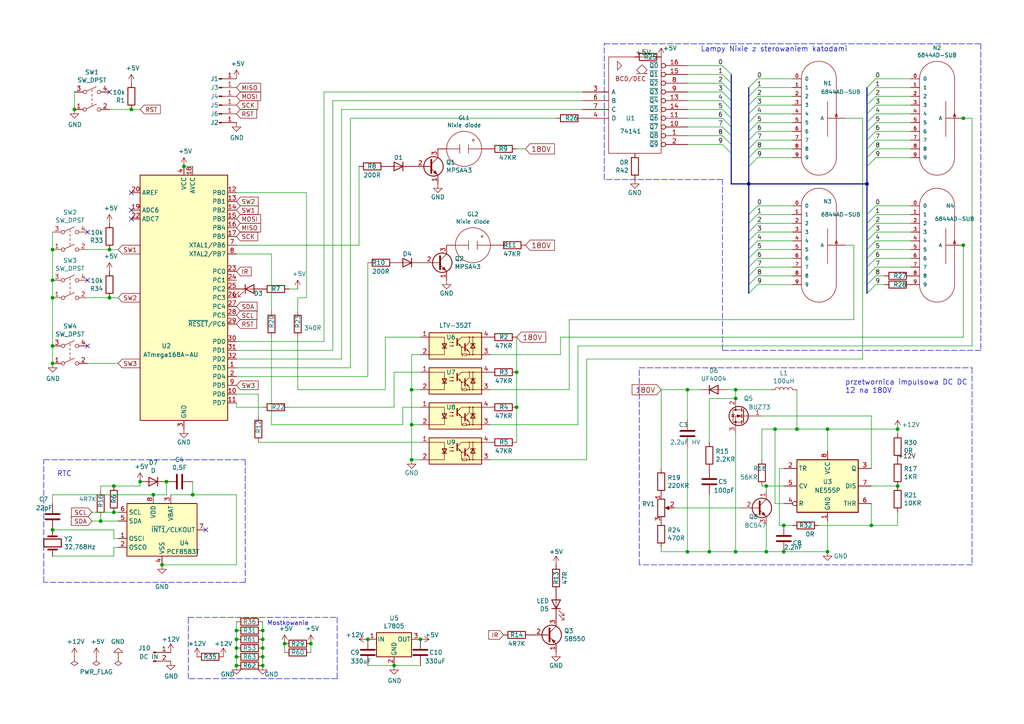
<source format=kicad_sch>
(kicad_sch (version 20211123) (generator eeschema)
  (paper "A4")
  (title_block (title "Nixie Clock 1.1") (date "2022-06-09") (company "Szymon Grzegorzewski"))
  (junction (at 76.2 190.5))
  (junction (at 31.75 86.36))
  (junction (at 38.1 31.75))
  (junction (at 279.4 71.12))
  (junction (at 213.36 115.57))
  (junction (at 260.35 124.46))
  (junction (at 149.86 107.95))
  (junction (at 68.58 182.88))
  (junction (at 15.24 86.36))
  (junction (at 227.33 152.4))
  (junction (at 53.34 48.26))
  (junction (at 90.17 186.69))
  (junction (at 40.64 139.7))
  (junction (at 222.25 160.02))
  (junction (at 68.58 193.04))
  (junction (at 251.46 53.34))
  (junction (at 213.36 160.02))
  (junction (at 205.74 160.02))
  (junction (at 260.35 140.97))
  (junction (at 119.38 133.35))
  (junction (at 119.38 113.03))
  (junction (at 119.38 123.19))
  (junction (at 213.36 113.03))
  (junction (at 15.24 105.41))
  (junction (at 149.86 118.11))
  (junction (at 82.55 186.69))
  (junction (at 33.02 140.97))
  (junction (at 240.03 124.46))
  (junction (at 227.33 160.02))
  (junction (at 199.39 113.03))
  (junction (at 231.14 124.46))
  (junction (at 224.79 124.46))
  (junction (at 31.75 72.39))
  (junction (at 240.03 160.02))
  (junction (at 15.24 153.67))
  (junction (at 199.39 160.02))
  (junction (at 106.68 185.42))
  (junction (at 114.3 193.04))
  (junction (at 55.88 143.51))
  (junction (at 279.4 34.29))
  (junction (at 46.99 163.83))
  (junction (at 252.73 152.4))
  (junction (at 76.2 182.88))
  (junction (at 15.24 81.28))
  (junction (at 222.25 140.97))
  (junction (at 29.21 151.13))
  (junction (at 76.2 187.96))
  (junction (at 76.2 193.04))
  (junction (at 76.2 185.42))
  (junction (at 15.24 72.39))
  (junction (at 68.58 187.96))
  (junction (at 21.59 31.75))
  (junction (at 121.92 185.42))
  (junction (at 68.58 190.5))
  (junction (at 33.02 148.59))
  (junction (at 217.17 53.34))
  (junction (at 44.45 143.51))
  (junction (at 48.26 139.7))
  (junction (at 68.58 185.42))
  (junction (at 15.24 100.33))
  (no_connect (at 59.69 153.67))
  (no_connect (at 31.75 26.67))
  (no_connect (at 25.4 100.33))
  (no_connect (at 25.4 81.28))
  (no_connect (at 38.1 55.88))
  (no_connect (at 25.4 67.31))
  (no_connect (at 38.1 60.96))
  (no_connect (at 38.1 63.5))
  (bus_entry (at 209.55 21.59) (size 2.54 2.54))
  (bus_entry (at 219.71 22.86) (size -2.54 2.54))
  (bus_entry (at 254 30.48) (size -2.54 2.54))
  (bus_entry (at 209.55 31.75) (size 2.54 2.54))
  (bus_entry (at 254 59.69) (size -2.54 2.54))
  (bus_entry (at 219.71 27.94) (size -2.54 2.54))
  (bus_entry (at 209.55 34.29) (size 2.54 2.54))
  (bus_entry (at 254 82.55) (size -2.54 2.54))
  (bus_entry (at 254 67.31) (size -2.54 2.54))
  (bus_entry (at 254 74.93) (size -2.54 2.54))
  (bus_entry (at 254 43.18) (size -2.54 2.54))
  (bus_entry (at 254 62.23) (size -2.54 2.54))
  (bus_entry (at 254 38.1) (size -2.54 2.54))
  (bus_entry (at 254 27.94) (size -2.54 2.54))
  (bus_entry (at 254 35.56) (size -2.54 2.54))
  (bus_entry (at 219.71 62.23) (size -2.54 2.54))
  (bus_entry (at 219.71 80.01) (size -2.54 2.54))
  (bus_entry (at 219.71 82.55) (size -2.54 2.54))
  (bus_entry (at 209.55 36.83) (size 2.54 2.54))
  (bus_entry (at 219.71 30.48) (size -2.54 2.54))
  (bus_entry (at 209.55 26.67) (size 2.54 2.54))
  (bus_entry (at 219.71 33.02) (size -2.54 2.54))
  (bus_entry (at 219.71 67.31) (size -2.54 2.54))
  (bus_entry (at 209.55 29.21) (size 2.54 2.54))
  (bus_entry (at 219.71 38.1) (size -2.54 2.54))
  (bus_entry (at 219.71 59.69) (size -2.54 2.54))
  (bus_entry (at 254 77.47) (size -2.54 2.54))
  (bus_entry (at 209.55 19.05) (size 2.54 2.54))
  (bus_entry (at 254 33.02) (size -2.54 2.54))
  (bus_entry (at 219.71 35.56) (size -2.54 2.54))
  (bus_entry (at 219.71 45.72) (size -2.54 2.54))
  (bus_entry (at 254 25.4) (size -2.54 2.54))
  (bus_entry (at 219.71 40.64) (size -2.54 2.54))
  (bus_entry (at 254 80.01) (size -2.54 2.54))
  (bus_entry (at 219.71 25.4) (size -2.54 2.54))
  (bus_entry (at 254 72.39) (size -2.54 2.54))
  (bus_entry (at 209.55 39.37) (size 2.54 2.54))
  (bus_entry (at 254 69.85) (size -2.54 2.54))
  (bus_entry (at 209.55 24.13) (size 2.54 2.54))
  (bus_entry (at 219.71 43.18) (size -2.54 2.54))
  (bus_entry (at 219.71 74.93) (size -2.54 2.54))
  (bus_entry (at 219.71 72.39) (size -2.54 2.54))
  (bus_entry (at 254 22.86) (size -2.54 2.54))
  (bus_entry (at 219.71 69.85) (size -2.54 2.54))
  (bus_entry (at 254 64.77) (size -2.54 2.54))
  (bus_entry (at 254 40.64) (size -2.54 2.54))
  (bus_entry (at 209.55 41.91) (size 2.54 2.54))
  (bus_entry (at 219.71 77.47) (size -2.54 2.54))
  (bus_entry (at 219.71 64.77) (size -2.54 2.54))
  (bus_entry (at 254 45.72) (size -2.54 2.54))
  (wire (pts (xy 83.82 118.11) (xy 114.3 118.11)))
  (bus (pts (xy 212.09 31.75) (xy 212.09 34.29)))
  (wire (pts (xy 167.64 100.33) (xy 167.64 123.19)))
  (wire (pts (xy 26.67 151.13) (xy 29.21 151.13)))
  (wire (pts (xy 15.24 100.33) (xy 15.24 86.36)))
  (wire (pts (xy 247.65 92.71) (xy 247.65 71.12)))
  (bus (pts (xy 217.17 33.02) (xy 217.17 35.56)))
  (wire (pts (xy 78.74 73.66) (xy 68.58 73.66)))
  (wire (pts (xy 256.54 80.01) (xy 254 80.01)))
  (wire (pts (xy 226.06 135.89) (xy 227.33 135.89)))
  (bus (pts (xy 251.46 64.77) (xy 251.46 67.31)))
  (wire (pts (xy 74.93 128.27) (xy 121.92 128.27)))
  (wire (pts (xy 99.06 31.75) (xy 99.06 104.14)))
  (bus (pts (xy 217.17 43.18) (xy 217.17 45.72)))
  (wire (pts (xy 104.14 48.26) (xy 104.14 71.12)))
  (wire (pts (xy 279.4 97.79) (xy 279.4 71.12)))
  (wire (pts (xy 222.25 142.24) (xy 222.25 140.97)))
  (wire (pts (xy 199.39 36.83) (xy 209.55 36.83)))
  (wire (pts (xy 191.77 160.02) (xy 191.77 158.75)))
  (wire (pts (xy 237.49 152.4) (xy 252.73 152.4)))
  (bus (pts (xy 217.17 25.4) (xy 217.17 27.94)))
  (bus (pts (xy 212.09 44.45) (xy 212.09 53.34)))
  (wire (pts (xy 48.26 139.7) (xy 48.26 143.51)))
  (wire (pts (xy 219.71 35.56) (xy 229.87 35.56)))
  (wire (pts (xy 229.87 38.1) (xy 219.71 38.1)))
  (wire (pts (xy 15.24 67.31) (xy 15.24 72.39)))
  (polyline (pts (xy 175.26 52.07) (xy 175.26 12.7)))
  (wire (pts (xy 199.39 24.13) (xy 209.55 24.13)))
  (wire (pts (xy 264.16 72.39) (xy 254 72.39)))
  (wire (pts (xy 15.24 146.05) (xy 15.24 143.51)))
  (wire (pts (xy 90.17 186.69) (xy 90.17 189.23)))
  (wire (pts (xy 199.39 113.03) (xy 203.2 113.03)))
  (wire (pts (xy 220.98 140.97) (xy 222.25 140.97)))
  (wire (pts (xy 254 77.47) (xy 264.16 77.47)))
  (wire (pts (xy 34.29 72.39) (xy 31.75 72.39)))
  (wire (pts (xy 44.45 143.51) (xy 48.26 143.51)))
  (wire (pts (xy 219.71 27.94) (xy 229.87 27.94)))
  (bus (pts (xy 217.17 62.23) (xy 217.17 64.77)))
  (polyline (pts (xy 54.61 196.85) (xy 54.61 179.07)))
  (wire (pts (xy 29.21 140.97) (xy 33.02 140.97)))
  (wire (pts (xy 152.4 43.18) (xy 149.86 43.18)))
  (polyline (pts (xy 209.55 52.07) (xy 175.26 52.07)))
  (wire (pts (xy 281.94 34.29) (xy 279.4 34.29)))
  (wire (pts (xy 279.4 34.29) (xy 276.86 34.29)))
  (bus (pts (xy 251.46 67.31) (xy 251.46 69.85)))
  (wire (pts (xy 68.58 180.34) (xy 68.58 182.88)))
  (wire (pts (xy 162.56 97.79) (xy 279.4 97.79)))
  (wire (pts (xy 82.55 186.69) (xy 82.55 189.23)))
  (wire (pts (xy 162.56 97.79) (xy 162.56 102.87)))
  (wire (pts (xy 229.87 62.23) (xy 219.71 62.23)))
  (wire (pts (xy 170.18 133.35) (xy 142.24 133.35)))
  (wire (pts (xy 167.64 123.19) (xy 142.24 123.19)))
  (wire (pts (xy 254 40.64) (xy 264.16 40.64)))
  (wire (pts (xy 219.71 22.86) (xy 229.87 22.86)))
  (wire (pts (xy 199.39 39.37) (xy 209.55 39.37)))
  (polyline (pts (xy 284.48 12.7) (xy 284.48 101.6)))
  (bus (pts (xy 217.17 35.56) (xy 217.17 38.1)))
  (wire (pts (xy 229.87 43.18) (xy 219.71 43.18)))
  (wire (pts (xy 29.21 142.24) (xy 29.21 140.97)))
  (wire (pts (xy 254 69.85) (xy 264.16 69.85)))
  (bus (pts (xy 217.17 80.01) (xy 217.17 82.55)))
  (bus (pts (xy 212.09 34.29) (xy 212.09 36.83)))
  (wire (pts (xy 219.71 77.47) (xy 229.87 77.47)))
  (bus (pts (xy 217.17 53.34) (xy 251.46 53.34)))
  (wire (pts (xy 264.16 38.1) (xy 254 38.1)))
  (wire (pts (xy 93.98 26.67) (xy 93.98 99.06)))
  (wire (pts (xy 281.94 100.33) (xy 167.64 100.33)))
  (polyline (pts (xy 281.94 163.83) (xy 185.42 163.83)))
  (wire (pts (xy 119.38 113.03) (xy 121.92 113.03)))
  (wire (pts (xy 15.24 81.28) (xy 15.24 86.36)))
  (bus (pts (xy 212.09 41.91) (xy 212.09 44.45)))
  (wire (pts (xy 149.86 118.11) (xy 149.86 107.95)))
  (wire (pts (xy 224.79 124.46) (xy 220.98 124.46)))
  (wire (pts (xy 106.68 193.04) (xy 114.3 193.04)))
  (wire (pts (xy 250.19 34.29) (xy 245.11 34.29)))
  (wire (pts (xy 226.06 152.4) (xy 226.06 135.89)))
  (wire (pts (xy 250.19 34.29) (xy 250.19 104.14)))
  (wire (pts (xy 229.87 152.4) (xy 227.33 152.4)))
  (wire (pts (xy 231.14 124.46) (xy 240.03 124.46)))
  (wire (pts (xy 76.2 193.04) (xy 76.2 190.5)))
  (wire (pts (xy 68.58 118.11) (xy 68.58 116.84)))
  (wire (pts (xy 76.2 182.88) (xy 76.2 180.34)))
  (wire (pts (xy 199.39 19.05) (xy 209.55 19.05)))
  (wire (pts (xy 76.2 185.42) (xy 76.2 182.88)))
  (polyline (pts (xy 185.42 106.68) (xy 281.94 106.68)))
  (wire (pts (xy 254 74.93) (xy 264.16 74.93)))
  (wire (pts (xy 119.38 133.35) (xy 121.92 133.35)))
  (wire (pts (xy 252.73 146.05) (xy 252.73 152.4)))
  (wire (pts (xy 254 59.69) (xy 264.16 59.69)))
  (wire (pts (xy 264.16 67.31) (xy 254 67.31)))
  (wire (pts (xy 220.98 124.46) (xy 220.98 133.35)))
  (bus (pts (xy 217.17 48.26) (xy 217.17 53.34)))
  (wire (pts (xy 33.02 140.97) (xy 40.64 140.97)))
  (bus (pts (xy 217.17 45.72) (xy 217.17 48.26)))
  (wire (pts (xy 254 45.72) (xy 264.16 45.72)))
  (wire (pts (xy 33.02 153.67) (xy 33.02 156.21)))
  (wire (pts (xy 33.02 158.75) (xy 34.29 158.75)))
  (wire (pts (xy 76.2 118.11) (xy 68.58 118.11)))
  (polyline (pts (xy 54.61 179.07) (xy 97.79 179.07)))
  (wire (pts (xy 96.52 29.21) (xy 96.52 101.6)))
  (wire (pts (xy 116.84 118.11) (xy 121.92 118.11)))
  (wire (pts (xy 170.18 104.14) (xy 170.18 133.35)))
  (bus (pts (xy 251.46 45.72) (xy 251.46 48.26)))
  (wire (pts (xy 227.33 152.4) (xy 226.06 152.4)))
  (bus (pts (xy 251.46 69.85) (xy 251.46 72.39)))
  (wire (pts (xy 231.14 113.03) (xy 231.14 124.46)))
  (wire (pts (xy 213.36 113.03) (xy 210.82 113.03)))
  (wire (pts (xy 55.88 143.51) (xy 68.58 143.51)))
  (bus (pts (xy 217.17 69.85) (xy 217.17 72.39)))
  (wire (pts (xy 224.79 124.46) (xy 231.14 124.46)))
  (wire (pts (xy 279.4 71.12) (xy 276.86 71.12)))
  (wire (pts (xy 68.58 143.51) (xy 68.58 163.83)))
  (wire (pts (xy 227.33 160.02) (xy 240.03 160.02)))
  (bus (pts (xy 212.09 39.37) (xy 212.09 41.91)))
  (wire (pts (xy 195.58 147.32) (xy 214.63 147.32)))
  (bus (pts (xy 251.46 30.48) (xy 251.46 33.02)))
  (bus (pts (xy 217.17 74.93) (xy 217.17 77.47)))
  (bus (pts (xy 251.46 80.01) (xy 251.46 82.55)))
  (wire (pts (xy 252.73 152.4) (xy 260.35 152.4)))
  (wire (pts (xy 119.38 102.87) (xy 119.38 113.03)))
  (wire (pts (xy 213.36 115.57) (xy 213.36 113.03)))
  (wire (pts (xy 199.39 41.91) (xy 209.55 41.91)))
  (wire (pts (xy 114.3 107.95) (xy 121.92 107.95)))
  (wire (pts (xy 260.35 152.4) (xy 260.35 148.59)))
  (wire (pts (xy 101.6 34.29) (xy 101.6 106.68)))
  (bus (pts (xy 217.17 40.64) (xy 217.17 43.18)))
  (wire (pts (xy 191.77 160.02) (xy 199.39 160.02)))
  (wire (pts (xy 281.94 100.33) (xy 281.94 34.29)))
  (wire (pts (xy 121.92 102.87) (xy 119.38 102.87)))
  (wire (pts (xy 264.16 62.23) (xy 254 62.23)))
  (wire (pts (xy 21.59 26.67) (xy 21.59 31.75)))
  (wire (pts (xy 114.3 193.04) (xy 121.92 193.04)))
  (wire (pts (xy 250.19 104.14) (xy 170.18 104.14)))
  (bus (pts (xy 251.46 82.55) (xy 251.46 85.09)))
  (wire (pts (xy 88.9 55.88) (xy 68.58 55.88)))
  (wire (pts (xy 29.21 151.13) (xy 34.29 151.13)))
  (wire (pts (xy 213.36 160.02) (xy 222.25 160.02)))
  (wire (pts (xy 119.38 113.03) (xy 119.38 123.19)))
  (wire (pts (xy 38.1 31.75) (xy 31.75 31.75)))
  (wire (pts (xy 116.84 123.19) (xy 116.84 118.11)))
  (bus (pts (xy 217.17 64.77) (xy 217.17 67.31)))
  (wire (pts (xy 222.25 140.97) (xy 227.33 140.97)))
  (polyline (pts (xy 71.12 133.35) (xy 71.12 168.91)))
  (wire (pts (xy 142.24 113.03) (xy 165.1 113.03)))
  (wire (pts (xy 76.2 185.42) (xy 76.2 187.96)))
  (wire (pts (xy 199.39 29.21) (xy 209.55 29.21)))
  (wire (pts (xy 68.58 106.68) (xy 101.6 106.68)))
  (wire (pts (xy 88.9 86.36) (xy 88.9 55.88)))
  (wire (pts (xy 199.39 34.29) (xy 209.55 34.29)))
  (bus (pts (xy 217.17 67.31) (xy 217.17 69.85)))
  (wire (pts (xy 68.58 99.06) (xy 93.98 99.06)))
  (wire (pts (xy 40.64 31.75) (xy 38.1 31.75)))
  (wire (pts (xy 78.74 123.19) (xy 116.84 123.19)))
  (wire (pts (xy 149.86 107.95) (xy 149.86 97.79)))
  (wire (pts (xy 205.74 128.27) (xy 205.74 115.57)))
  (bus (pts (xy 251.46 27.94) (xy 251.46 30.48)))
  (wire (pts (xy 101.6 34.29) (xy 161.29 34.29)))
  (wire (pts (xy 104.14 71.12) (xy 68.58 71.12)))
  (wire (pts (xy 68.58 185.42) (xy 68.58 187.96)))
  (wire (pts (xy 264.16 33.02) (xy 254 33.02)))
  (wire (pts (xy 55.88 139.7) (xy 55.88 143.51)))
  (wire (pts (xy 254 27.94) (xy 264.16 27.94)))
  (wire (pts (xy 213.36 125.73) (xy 213.36 160.02)))
  (wire (pts (xy 264.16 25.4) (xy 254 25.4)))
  (bus (pts (xy 251.46 38.1) (xy 251.46 40.64)))
  (wire (pts (xy 205.74 160.02) (xy 213.36 160.02)))
  (bus (pts (xy 251.46 53.34) (xy 251.46 62.23)))
  (polyline (pts (xy 12.7 133.35) (xy 71.12 133.35)))
  (wire (pts (xy 149.86 128.27) (xy 149.86 118.11)))
  (wire (pts (xy 119.38 123.19) (xy 119.38 133.35)))
  (polyline (pts (xy 185.42 163.83) (xy 185.42 106.68)))
  (bus (pts (xy 251.46 77.47) (xy 251.46 80.01)))
  (bus (pts (xy 212.09 29.21) (xy 212.09 31.75)))
  (wire (pts (xy 74.93 120.65) (xy 74.93 114.3)))
  (bus (pts (xy 251.46 62.23) (xy 251.46 64.77)))
  (bus (pts (xy 217.17 27.94) (xy 217.17 30.48)))
  (bus (pts (xy 251.46 35.56) (xy 251.46 38.1)))
  (wire (pts (xy 240.03 130.81) (xy 240.03 124.46)))
  (wire (pts (xy 93.98 26.67) (xy 168.91 26.67)))
  (polyline (pts (xy 284.48 101.6) (xy 209.55 101.6)))
  (wire (pts (xy 205.74 143.51) (xy 205.74 160.02)))
  (wire (pts (xy 74.93 114.3) (xy 68.58 114.3)))
  (polyline (pts (xy 97.79 196.85) (xy 54.61 196.85)))
  (bus (pts (xy 251.46 74.93) (xy 251.46 77.47)))
  (wire (pts (xy 31.75 72.39) (xy 25.4 72.39)))
  (wire (pts (xy 25.4 105.41) (xy 34.29 105.41)))
  (wire (pts (xy 55.88 48.26) (xy 53.34 48.26)))
  (wire (pts (xy 229.87 25.4) (xy 219.71 25.4)))
  (wire (pts (xy 106.68 109.22) (xy 68.58 109.22)))
  (wire (pts (xy 191.77 113.03) (xy 191.77 135.89)))
  (wire (pts (xy 254 22.86) (xy 264.16 22.86)))
  (wire (pts (xy 247.65 71.12) (xy 245.11 71.12)))
  (wire (pts (xy 199.39 26.67) (xy 209.55 26.67)))
  (wire (pts (xy 111.76 113.03) (xy 111.76 97.79)))
  (wire (pts (xy 254 64.77) (xy 264.16 64.77)))
  (polyline (pts (xy 209.55 101.6) (xy 209.55 52.07)))
  (wire (pts (xy 99.06 31.75) (xy 168.91 31.75)))
  (wire (pts (xy 15.24 143.51) (xy 44.45 143.51)))
  (wire (pts (xy 49.53 143.51) (xy 55.88 143.51)))
  (wire (pts (xy 205.74 115.57) (xy 213.36 115.57)))
  (bus (pts (xy 212.09 26.67) (xy 212.09 29.21)))
  (wire (pts (xy 96.52 29.21) (xy 168.91 29.21)))
  (wire (pts (xy 260.35 125.73) (xy 260.35 124.46)))
  (bus (pts (xy 251.46 33.02) (xy 251.46 35.56)))
  (wire (pts (xy 119.38 123.19) (xy 121.92 123.19)))
  (bus (pts (xy 217.17 38.1) (xy 217.17 40.64)))
  (wire (pts (xy 240.03 124.46) (xy 260.35 124.46)))
  (wire (pts (xy 78.74 97.79) (xy 78.74 123.19)))
  (wire (pts (xy 219.71 67.31) (xy 229.87 67.31)))
  (wire (pts (xy 222.25 160.02) (xy 227.33 160.02)))
  (wire (pts (xy 252.73 140.97) (xy 260.35 140.97)))
  (wire (pts (xy 86.36 97.79) (xy 86.36 113.03)))
  (wire (pts (xy 191.77 113.03) (xy 199.39 113.03)))
  (wire (pts (xy 219.71 30.48) (xy 229.87 30.48)))
  (wire (pts (xy 68.58 101.6) (xy 96.52 101.6)))
  (wire (pts (xy 199.39 121.92) (xy 199.39 113.03)))
  (wire (pts (xy 86.36 83.82) (xy 83.82 83.82)))
  (wire (pts (xy 34.29 86.36) (xy 31.75 86.36)))
  (wire (pts (xy 229.87 69.85) (xy 219.71 69.85)))
  (wire (pts (xy 229.87 80.01) (xy 219.71 80.01)))
  (polyline (pts (xy 71.12 168.91) (xy 12.7 168.91)))
  (wire (pts (xy 199.39 129.54) (xy 199.39 160.02)))
  (wire (pts (xy 68.58 190.5) (xy 68.58 193.04)))
  (wire (pts (xy 86.36 90.17) (xy 86.36 86.36)))
  (wire (pts (xy 15.24 100.33) (xy 15.24 105.41)))
  (wire (pts (xy 33.02 161.29) (xy 33.02 158.75)))
  (wire (pts (xy 165.1 92.71) (xy 247.65 92.71)))
  (polyline (pts (xy 281.94 106.68) (xy 281.94 163.83)))
  (wire (pts (xy 199.39 160.02) (xy 205.74 160.02)))
  (bus (pts (xy 217.17 72.39) (xy 217.17 74.93)))
  (wire (pts (xy 33.02 148.59) (xy 34.29 148.59)))
  (polyline (pts (xy 175.26 12.7) (xy 284.48 12.7)))
  (wire (pts (xy 78.74 90.17) (xy 78.74 73.66)))
  (wire (pts (xy 219.71 64.77) (xy 229.87 64.77)))
  (bus (pts (xy 212.09 36.83) (xy 212.09 39.37)))
  (wire (pts (xy 68.58 163.83) (xy 46.99 163.83)))
  (wire (pts (xy 229.87 74.93) (xy 219.71 74.93)))
  (wire (pts (xy 219.71 45.72) (xy 229.87 45.72)))
  (wire (pts (xy 106.68 109.22) (xy 106.68 76.2)))
  (polyline (pts (xy 12.7 168.91) (xy 12.7 133.35)))
  (wire (pts (xy 219.71 72.39) (xy 229.87 72.39)))
  (wire (pts (xy 142.24 102.87) (xy 162.56 102.87)))
  (bus (pts (xy 212.09 21.59) (xy 212.09 24.13)))
  (polyline (pts (xy 97.79 179.07) (xy 97.79 196.85)))
  (bus (pts (xy 217.17 53.34) (xy 217.17 62.23)))
  (bus (pts (xy 212.09 53.34) (xy 217.17 53.34)))
  (bus (pts (xy 251.46 72.39) (xy 251.46 74.93)))
  (wire (pts (xy 76.2 190.5) (xy 76.2 187.96)))
  (wire (pts (xy 33.02 156.21) (xy 34.29 156.21)))
  (bus (pts (xy 217.17 30.48) (xy 217.17 33.02)))
  (bus (pts (xy 251.46 43.18) (xy 251.46 45.72)))
  (wire (pts (xy 219.71 40.64) (xy 229.87 40.64)))
  (bus (pts (xy 251.46 40.64) (xy 251.46 43.18)))
  (wire (pts (xy 222.25 152.4) (xy 222.25 160.02)))
  (wire (pts (xy 240.03 151.13) (xy 240.03 160.02)))
  (wire (pts (xy 229.87 33.02) (xy 219.71 33.02)))
  (wire (pts (xy 264.16 43.18) (xy 254 43.18)))
  (wire (pts (xy 199.39 21.59) (xy 209.55 21.59)))
  (wire (pts (xy 254 30.48) (xy 264.16 30.48)))
  (wire (pts (xy 254 35.56) (xy 264.16 35.56)))
  (wire (pts (xy 252.73 135.89) (xy 252.73 120.65)))
  (wire (pts (xy 15.24 153.67) (xy 33.02 153.67)))
  (bus (pts (xy 251.46 48.26) (xy 251.46 53.34)))
  (wire (pts (xy 165.1 113.03) (xy 165.1 92.71)))
  (wire (pts (xy 114.3 118.11) (xy 114.3 107.95)))
  (wire (pts (xy 15.24 81.28) (xy 15.24 72.39)))
  (wire (pts (xy 223.52 113.03) (xy 213.36 113.03)))
  (wire (pts (xy 26.67 148.59) (xy 33.02 148.59)))
  (wire (pts (xy 199.39 31.75) (xy 209.55 31.75)))
  (wire (pts (xy 252.73 120.65) (xy 220.98 120.65)))
  (bus (pts (xy 251.46 25.4) (xy 251.46 27.94)))
  (wire (pts (xy 31.75 86.36) (xy 25.4 86.36)))
  (wire (pts (xy 86.36 86.36) (xy 88.9 86.36)))
  (wire (pts (xy 224.79 146.05) (xy 224.79 124.46)))
  (wire (pts (xy 219.71 82.55) (xy 229.87 82.55)))
  (wire (pts (xy 227.33 146.05) (xy 224.79 146.05)))
  (wire (pts (xy 68.58 187.96) (xy 68.58 190.5)))
  (wire (pts (xy 99.06 104.14) (xy 68.58 104.14)))
  (bus (pts (xy 217.17 77.47) (xy 217.17 80.01)))
  (wire (pts (xy 40.64 140.97) (xy 40.64 139.7)))
  (wire (pts (xy 15.24 161.29) (xy 33.02 161.29)))
  (wire (pts (xy 219.71 59.69) (xy 229.87 59.69)))
  (wire (pts (xy 68.58 182.88) (xy 68.58 185.42)))
  (bus (pts (xy 217.17 82.55) (xy 217.17 85.09)))
  (wire (pts (xy 29.21 149.86) (xy 29.21 151.13)))
  (wire (pts (xy 86.36 113.03) (xy 111.76 113.03)))
  (wire (pts (xy 256.54 82.55) (xy 254 82.55)))
  (wire (pts (xy 111.76 97.79) (xy 121.92 97.79)))
  (bus (pts (xy 212.09 24.13) (xy 212.09 26.67)))
  (text "RTC" (at 16.51 138.43 0) (effects (font (size 1.4986 1.4986)) (justify left bottom)))
  (text "Lampy Nixie z sterowaniem katodami" (at 203.2 15.24 0) (effects (font (size 1.4986 1.4986)) (justify left bottom)))
  (text "Mostkowania" (at 77.47 181.61 0) (effects (font (size 1.27 1.27)) (justify left bottom)))
  (text "\n" (at 20.32 182.88 0) (effects (font (size 1.27 1.27)) (justify left bottom)))
  (text "przetwornica impulsowa DC DC\n12 na 180V" (at 245.11 114.3 0) (effects (font (size 1.4986 1.4986)) (justify left bottom)))
  (label "0" (at 208.28 19.05 0))
  (label "7" (at 220.98 40.64 180))
  (label "4" (at 208.28 29.21 0))
  (label "4" (at 255.27 69.85 180))
  (label "6" (at 220.98 38.1 180))
  (label "9" (at 220.98 45.72 180))
  (label "0" (at 255.27 22.86 180))
  (label "7" (at 255.27 40.64 180))
  (label "2" (at 208.28 24.13 0))
  (label "5" (at 220.98 72.39 180))
  (label "+5V" (at 184.15 16.51 0) (effects (font (size 1.4986 1.4986))))
  (label "+12V" (at 260.35 133.35 0))
  (label "2" (at 255.27 27.94 180))
  (label "9" (at 220.98 82.55 180))
  (label "9" (at 255.27 45.72 180))
  (label "5" (at 220.98 35.56 180))
  (label "0" (at 220.98 59.69 180))
  (label "6" (at 220.98 74.93 180))
  (label "5" (at 255.27 35.56 180))
  (label "4" (at 220.98 33.02 180))
  (label "1" (at 255.27 62.23 180))
  (label "3" (at 255.27 30.48 180))
  (label "6" (at 255.27 74.93 180))
  (label "3" (at 220.98 67.31 180))
  (label "5" (at 255.27 72.39 180))
  (label "9" (at 208.28 41.91 0))
  (label "7" (at 255.27 77.47 180))
  (label "3" (at 220.98 30.48 180))
  (label "7" (at 220.98 77.47 180))
  (label "2" (at 220.98 27.94 180))
  (label "3" (at 255.27 67.31 180))
  (label "4" (at 220.98 69.85 180))
  (label "1" (at 208.28 21.59 0))
  (label "2" (at 220.98 64.77 180))
  (label "3" (at 208.28 26.67 0))
  (label "9" (at 255.27 82.55 180))
  (label "8" (at 208.28 39.37 0))
  (label "1" (at 220.98 25.4 180))
  (label "1" (at 220.98 62.23 180))
  (label "8" (at 255.27 80.01 180))
  (label "8" (at 255.27 43.18 180))
  (label "8" (at 220.98 43.18 180))
  (label "1" (at 255.27 25.4 180))
  (label "7" (at 208.28 36.83 0))
  (label "6" (at 255.27 38.1 180))
  (label "0" (at 255.27 59.69 180))
  (label "5" (at 208.28 31.75 0))
  (label "2" (at 255.27 64.77 180))
  (label "4" (at 255.27 33.02 180))
  (label "8" (at 220.98 80.01 180))
  (label "6" (at 208.28 34.29 0))
  (label "0" (at 220.98 22.86 180))
  (global_label "MISO" (shape input) (at 68.58 66.04 0) (property "Intersheet References" "${INTERSHEET_REFS}" (effects hide)))
  (global_label "180V" (shape input) (at 149.86 97.79 0) (effects (font (size 1.4986 1.4986))) (property "Intersheet References" "${INTERSHEET_REFS}" (effects hide)))
  (global_label "SDA" (shape input) (at 68.58 88.9 0) (property "Intersheet References" "${INTERSHEET_REFS}" (effects hide)))
  (global_label "180V" (shape input) (at 152.4 71.12 0) (effects (font (size 1.4986 1.4986))) (property "Intersheet References" "${INTERSHEET_REFS}" (effects hide)))
  (global_label "RST" (shape input) (at 68.58 33.02 0) (property "Intersheet References" "${INTERSHEET_REFS}" (effects hide)))
  (global_label "MISO" (shape input) (at 68.58 25.4 0) (property "Intersheet References" "${INTERSHEET_REFS}" (effects hide)))
  (global_label "SCK" (shape input) (at 68.58 30.48 0) (property "Intersheet References" "${INTERSHEET_REFS}" (effects hide)))
  (global_label "SDA" (shape input) (at 26.67 151.13 180) (property "Intersheet References" "${INTERSHEET_REFS}" (effects hide)))
  (global_label "SW1" (shape input) (at 68.58 60.96 0) (property "Intersheet References" "${INTERSHEET_REFS}" (effects hide)))
  (global_label "180V" (shape input) (at 152.4 43.18 0) (effects (font (size 1.4986 1.4986))) (property "Intersheet References" "${INTERSHEET_REFS}" (effects hide)))
  (global_label "IR" (shape input) (at 146.05 184.15 180) (property "Intersheet References" "${INTERSHEET_REFS}" (effects hide)))
  (global_label "SCL" (shape input) (at 26.67 148.59 180) (property "Intersheet References" "${INTERSHEET_REFS}" (effects hide)))
  (global_label "180V" (shape input) (at 191.77 113.03 180) (effects (font (size 1.4986 1.4986))) (property "Intersheet References" "${INTERSHEET_REFS}" (effects hide)))
  (global_label "SCK" (shape input) (at 68.58 68.58 0) (property "Intersheet References" "${INTERSHEET_REFS}" (effects hide)))
  (global_label "RST" (shape input) (at 40.64 31.75 0) (property "Intersheet References" "${INTERSHEET_REFS}" (effects hide)))
  (global_label "IR" (shape input) (at 68.58 78.74 0) (property "Intersheet References" "${INTERSHEET_REFS}" (effects hide)))
  (global_label "SW2" (shape input) (at 34.29 86.36 0) (property "Intersheet References" "${INTERSHEET_REFS}" (effects hide)))
  (global_label "SCL" (shape input) (at 68.58 91.44 0) (property "Intersheet References" "${INTERSHEET_REFS}" (effects hide)))
  (global_label "SW3" (shape input) (at 68.58 111.76 0) (property "Intersheet References" "${INTERSHEET_REFS}" (effects hide)))
  (global_label "RST" (shape input) (at 68.58 93.98 0) (property "Intersheet References" "${INTERSHEET_REFS}" (effects hide)))
  (global_label "MOSI" (shape input) (at 68.58 63.5 0) (property "Intersheet References" "${INTERSHEET_REFS}" (effects hide)))
  (global_label "SW2" (shape input) (at 68.58 58.42 0) (property "Intersheet References" "${INTERSHEET_REFS}" (effects hide)))
  (global_label "SW3" (shape input) (at 34.29 105.41 0) (property "Intersheet References" "${INTERSHEET_REFS}" (effects hide)))
  (global_label "MOSI" (shape input) (at 68.58 27.94 0) (property "Intersheet References" "${INTERSHEET_REFS}" (effects hide)))
  (global_label "SW1" (shape input) (at 34.29 72.39 0) (property "Intersheet References" "${INTERSHEET_REFS}" (effects hide)))
  (symbol (lib_id "Device:R") (at 38.1 27.94 180) (unit 1)
    (property "Reference" "R1" (at 36.322 29.1084 0) (effects (justify left)))
    (property "Value" "10k" (at 36.322 26.797 0) (effects (justify left)))
    (property "Footprint" "Resistor_SMD:R_1206_3216Metric_Pad1.30x1.75mm_HandSolder" (effects hide))
  )
  (symbol (lib_id "Switch:SW_DPST") (at 26.67 29.21 0) (unit 1)
    (property "Reference" "SW1" (at 26.67 20.955 0))
    (property "Value" "SW_DPST" (at 26.67 23.2664 0))
    (property "Footprint" "Button_Switch_THT:SW_PUSH_6mm_H4.3mm" (effects hide))
  )
  (symbol (lib_id "power:GND") (at 21.59 31.75 0) (unit 1)
    (property "Reference" "#PWR03" (effects hide))
    (property "Value" "GND" (at 21.717 36.1442 0))
  )
  (symbol (lib_id "power:+5V") (at 38.1 24.13 0) (unit 1)
    (property "Reference" "#PWR02" (effects hide))
    (property "Value" "+5V" (at 38.481 19.7358 0))
  )
  (symbol (lib_id "Timer:NE555P") (at 240.03 140.97 0) (unit 1)
    (property "Reference" "U3" (at 240.03 139.7 0))
    (property "Value" "NE555P" (at 240.03 142.24 0))
    (property "Footprint" "Package_DIP:DIP-8_W7.62mm" (effects hide))
    (property "Datasheet" "http://www.ti.com/lit/ds/symlink/ne555.pdf" (effects hide))
  )
  (symbol (lib_id "power:+5V") (at 27.94 190.5 0) (unit 1)
    (property "Reference" "#PWR015" (effects hide))
    (property "Value" "+5V" (at 28.321 186.1058 0))
  )
  (symbol (lib_id "power:GND") (at 34.29 190.5 180) (unit 1)
    (property "Reference" "#PWR016" (effects hide))
    (property "Value" "GND" (at 34.163 186.1058 0))
  )
  (symbol (lib_id "power:PWR_FLAG") (at 21.59 190.5 180) (unit 1)
    (property "Reference" "#FLG01" (effects hide))
    (property "Value" "PWR_FLAG" (effects hide))
  )
  (symbol (lib_id "power:+12V") (at 21.59 190.5 0) (unit 1)
    (property "Reference" "#PWR014" (effects hide))
    (property "Value" "+12V" (at 21.971 186.1058 0))
  )
  (symbol (lib_id "power:PWR_FLAG") (at 27.94 190.5 180) (unit 1)
    (property "Reference" "#FLG02" (effects hide))
    (property "Value" "PWR_FLAG" (at 27.94 194.8942 0))
  )
  (symbol (lib_id "power:PWR_FLAG") (at 34.29 190.5 180) (unit 1)
    (property "Reference" "#FLG03" (effects hide))
    (property "Value" "PWR_FLAG" (effects hide))
  )
  (symbol (lib_id "power:+12V") (at 260.35 124.46 0) (unit 1)
    (property "Reference" "#PWR09" (effects hide))
    (property "Value" "+12V" (at 264.16 123.19 0))
  )
  (symbol (lib_id "power:GND") (at 240.03 160.02 0) (unit 1)
    (property "Reference" "#PWR011" (effects hide))
    (property "Value" "GND" (at 243.84 161.29 0))
  )
  (symbol (lib_id "Transistor_FET:BUZ11") (at 215.9 120.65 0) (mirror y) (unit 1)
    (property "Reference" "Q5" (at 218.44 115.57 0) (effects (justify left)))
    (property "Value" "BUZ73" (at 223.52 118.11 0) (effects (justify left)))
    (property "Footprint" "Package_TO_SOT_THT:TO-220-3_Vertical" (effects hide))
    (property "Datasheet" "https://media.digikey.com/pdf/Data%20Sheets/Fairchild%20PDFs/BUZ11.pdf" (effects hide))
  )
  (symbol (lib_id "power:GND") (at 53.34 124.46 0) (unit 1)
    (property "Reference" "#PWR08" (effects hide))
    (property "Value" "GND" (at 53.34 128.27 0))
  )
  (symbol (lib_id "Transistor_BJT:BC547") (at 219.71 147.32 0) (unit 1)
    (property "Reference" "Q8" (at 217.17 149.86 0) (effects (justify left)))
    (property "Value" "BC547" (at 215.9 152.4 0) (effects (justify left)))
    (property "Footprint" "Package_TO_SOT_THT:TO-92_Inline" (effects hide))
    (property "Datasheet" "https://www.onsemi.com/pub/Collateral/BC550-D.pdf" (effects hide))
  )
  (symbol (lib_id "Diode:UF5403") (at 207.01 113.03 0) (unit 1)
    (property "Reference" "D6" (at 207.01 107.5182 0))
    (property "Value" "UF4004" (at 207.01 109.8296 0))
    (property "Footprint" "Diode_THT:D_DO-34_SOD68_P7.62mm_Horizontal" (effects hide))
    (property "Datasheet" "http://www.vishay.com/docs/88756/uf5400.pdf" (effects hide))
  )
  (symbol (lib_id "Device:C") (at 227.33 156.21 0) (unit 1)
    (property "Reference" "C8" (at 229.87 157.48 0) (effects (justify left)))
    (property "Value" "2.2nF" (at 227.33 158.75 0) (effects (justify left)))
    (property "Footprint" "Capacitor_THT:C_Disc_D3.0mm_W2.0mm_P2.50mm" (effects hide))
  )
  (symbol (lib_id "Device:C") (at 205.74 139.7 0) (unit 1)
    (property "Reference" "C5" (at 208.28 139.7 0) (effects (justify left)))
    (property "Value" "100pF" (at 207.01 142.24 0) (effects (justify left)))
    (property "Footprint" "Capacitor_THT:C_Disc_D5.0mm_W2.5mm_P5.00mm" (effects hide))
  )
  (symbol (lib_id "Device:C") (at 199.39 125.73 0) (unit 1)
    (property "Reference" "C3" (at 196.85 123.19 0) (effects (justify left)))
    (property "Value" "2.2uF HV" (at 194.31 128.27 0) (effects (justify left)))
    (property "Footprint" "Capacitor_THT:CP_Radial_D5.0mm_P2.50mm" (effects hide))
  )
  (symbol (lib_id "Device:R") (at 220.98 137.16 0) (unit 1)
    (property "Reference" "R18" (at 218.44 135.89 0) (effects (justify left)))
    (property "Value" "56KR" (at 214.63 138.43 0) (effects (justify left)))
    (property "Footprint" "Resistor_THT:R_Axial_DIN0207_L6.3mm_D2.5mm_P7.62mm_Horizontal" (effects hide))
  )
  (symbol (lib_id "Device:R") (at 260.35 144.78 0) (unit 1)
    (property "Reference" "R21" (at 262.128 143.6116 0) (effects (justify left)))
    (property "Value" "10KR" (at 262.128 145.923 0) (effects (justify left)))
    (property "Footprint" "Resistor_SMD:R_1206_3216Metric_Pad1.30x1.75mm_HandSolder" (effects hide))
  )
  (symbol (lib_id "Device:R") (at 260.35 137.16 0) (unit 1)
    (property "Reference" "R17" (at 262.128 135.9916 0) (effects (justify left)))
    (property "Value" "1KR" (at 262.128 138.303 0) (effects (justify left)))
    (property "Footprint" "Resistor_THT:R_Axial_DIN0207_L6.3mm_D2.5mm_P7.62mm_Horizontal" (effects hide))
  )
  (symbol (lib_id "Device:R") (at 191.77 154.94 0) (unit 1)
    (property "Reference" "R24" (at 193.548 153.7716 0) (effects (justify left)))
    (property "Value" "470R" (at 193.548 156.083 0) (effects (justify left)))
    (property "Footprint" "Resistor_THT:R_Axial_DIN0207_L6.3mm_D2.5mm_P7.62mm_Horizontal" (effects hide))
  )
  (symbol (lib_id "Device:R") (at 191.77 139.7 0) (unit 1)
    (property "Reference" "R19" (at 193.548 138.5316 0) (effects (justify left)))
    (property "Value" "220KR" (at 193.548 140.843 0) (effects (justify left)))
    (property "Footprint" "Resistor_THT:R_Axial_DIN0207_L6.3mm_D2.5mm_P7.62mm_Horizontal" (effects hide))
  )
  (symbol (lib_id "Device:R") (at 205.74 132.08 0) (unit 1)
    (property "Reference" "R15" (at 207.518 130.9116 0) (effects (justify left)))
    (property "Value" "2.2KR" (at 207.518 133.223 0) (effects (justify left)))
    (property "Footprint" "Resistor_THT:R_Axial_DIN0207_L6.3mm_D2.5mm_P7.62mm_Horizontal" (effects hide))
  )
  (symbol (lib_id "NixieClock1.1-rescue:R_POT-Device") (at 191.77 147.32 0) (unit 1)
    (property "Reference" "RV1" (at 189.992 146.1516 0) (effects (justify right)))
    (property "Value" "R_POT 1K" (effects hide))
    (property "Footprint" "Potentiometer_THT:Potentiometer_ACP_CA9-H2,5_Horizontal" (effects hide))
  )
  (symbol (lib_id "Device:L") (at 227.33 113.03 90) (unit 1)
    (property "Reference" "L1" (at 227.33 108.204 90))
    (property "Value" "100uH" (at 227.33 110.5154 90))
    (property "Footprint" "Inductor_THT:L_Axial_L6.6mm_D2.7mm_P2.54mm_Vertical_Vishay_IM-2" (effects hide))
  )
  (symbol (lib_id "power:+5V") (at 53.34 48.26 0) (unit 1)
    (property "Reference" "#PWR05" (effects hide))
    (property "Value" "+5V" (at 53.721 43.8658 0))
  )
  (symbol (lib_id "74xx_IEEE:74141") (at 184.15 30.48 0) (unit 1)
    (property "Reference" "U1" (at 182.88 34.29 0))
    (property "Value" "74141" (at 182.88 38.1 0))
    (property "Footprint" "Package_DIP:DIP-16_W7.62mm_Socket_LongPads" (effects hide))
  )
  (symbol (lib_id "NixieClock1.1-rescue:6844AD-SUB-mynixies") (at 273.05 95.25 0) (unit 1)
    (property "Reference" "N3" (at 240.03 58.42 0) (effects (font (size 1.143 1.143))))
    (property "Value" "6844AD-SUB" (at 243.84 62.23 0) (effects (font (size 1.143 1.143))))
    (property "Footprint" "Library:LC-531" (effects hide))
  )
  (symbol (lib_id "NixieClock1.1-rescue:ATmega168A-AU-MCU_Microchip_ATmega") (at 53.34 86.36 0) (unit 1)
    (property "Reference" "U2" (at 48.26 100.33 0))
    (property "Value" "ATmega168A-AU" (at 49.53 102.87 0))
    (property "Footprint" "Package_QFP:TQFP-32_7x7mm_P0.8mm" (effects hide))
    (property "Datasheet" "http://ww1.microchip.com/downloads/en/DeviceDoc/ATmega48A_88A_168A-Data-Sheet-40002007A.pdf" (effects hide))
  )
  (symbol (lib_id "NixieClock1.1-rescue:6844AD-SUB-mynixies") (at 273.05 58.42 0) (unit 1)
    (property "Reference" "N1" (at 240.03 24.13 0) (effects (font (size 1.143 1.143))))
    (property "Value" "6844AD-SUB" (at 243.84 26.67 0) (effects (font (size 1.143 1.143))))
    (property "Footprint" "Library:LC-531" (effects hide))
  )
  (symbol (lib_id "NixieClock1.1-rescue:6844AD-SUB-mynixies") (at 307.34 95.25 0) (unit 1)
    (property "Reference" "N4" (at 275.59 59.69 0) (effects (font (size 1.143 1.143))))
    (property "Value" "6844AD-SUB" (at 276.86 63.5 0) (effects (font (size 1.143 1.143))))
    (property "Footprint" "Library:LC-531" (effects hide))
  )
  (symbol (lib_id "NixieClock1.1-rescue:6844AD-SUB-mynixies") (at 307.34 58.42 0) (unit 1)
    (property "Reference" "N2" (at 271.78 13.8684 0) (effects (font (size 1.143 1.143))))
    (property "Value" "6844AD-SUB" (at 271.78 16.002 0) (effects (font (size 1.143 1.143))))
    (property "Footprint" "Library:LC-531" (effects hide))
  )
  (symbol (lib_id "Connector:Conn_01x02_Male") (at 44.45 189.23 0) (unit 1)
    (property "Reference" "J10" (at 41.91 187.96 0))
    (property "Value" "DC IN" (at 43.18 190.5 0))
    (property "Footprint" "Connector_BarrelJack:BarrelJack_CUI_PJ-102AH_Horizontal" (effects hide))
  )
  (symbol (lib_id "power:GND") (at 49.53 191.77 0) (unit 1)
    (property "Reference" "#PWR017" (effects hide))
    (property "Value" "GND" (at 49.657 196.1642 0))
  )
  (symbol (lib_id "Device:LED") (at 72.39 83.82 0) (unit 1)
    (property "Reference" "D3" (at 74.93 85.09 0))
    (property "Value" "LED" (effects hide))
    (property "Footprint" "LED_SMD:LED_1206_3216Metric_Pad1.42x1.75mm_HandSolder" (effects hide))
  )
  (symbol (lib_id "Device:R") (at 80.01 83.82 90) (unit 1)
    (property "Reference" "R7" (at 80.01 83.82 90))
    (property "Value" "330R" (effects hide))
    (property "Footprint" "Resistor_SMD:R_1206_3216Metric_Pad1.30x1.75mm_HandSolder" (effects hide))
  )
  (symbol (lib_id "power:GND") (at 68.58 35.56 0) (unit 1)
    (property "Reference" "#PWR0101" (effects hide))
    (property "Value" "GND" (at 68.707 39.9542 0))
  )
  (symbol (lib_id "power:+5V") (at 68.58 22.86 0) (unit 1)
    (property "Reference" "#PWR0102" (effects hide))
    (property "Value" "+5V" (at 68.961 18.4658 0))
  )
  (symbol (lib_id "Device:LED") (at 161.29 175.26 90) (unit 1)
    (property "Reference" "D5" (at 159.258 176.6062 90) (effects (justify left)))
    (property "Value" "LED" (at 159.258 174.2948 90) (effects (justify left)))
    (property "Footprint" "LED_THT:LED_D5.0mm" (effects hide))
  )
  (symbol (lib_id "Device:R") (at 149.86 184.15 90) (unit 1)
    (property "Reference" "R14" (at 149.86 184.15 90))
    (property "Value" "4R7K" (at 149.86 186.69 90))
    (property "Footprint" "Resistor_THT:R_Axial_DIN0207_L6.3mm_D2.5mm_P7.62mm_Horizontal" (effects hide))
  )
  (symbol (lib_id "Transistor_BJT:S8550") (at 158.75 184.15 0) (unit 1)
    (property "Reference" "Q3" (at 163.576 182.9816 0) (effects (justify left)))
    (property "Value" "S8550" (at 163.576 185.293 0) (effects (justify left)))
    (property "Footprint" "Package_TO_SOT_THT:TO-92_Inline" (effects hide))
    (property "Datasheet" "http://www.unisonic.com.tw/datasheet/S8550.pdf" (effects hide))
  )
  (symbol (lib_id "power:GND") (at 161.29 189.23 0) (unit 1)
    (property "Reference" "#PWR0108" (effects hide))
    (property "Value" "GND" (at 161.29 193.04 0))
  )
  (symbol (lib_id "Device:R") (at 161.29 167.64 0) (unit 1)
    (property "Reference" "R13" (at 161.29 167.64 90))
    (property "Value" "47R" (at 163.83 167.64 90))
    (property "Footprint" "Resistor_THT:R_Axial_DIN0207_L6.3mm_D2.5mm_P7.62mm_Horizontal" (effects hide))
  )
  (symbol (lib_id "power:+5V") (at 161.29 163.83 0) (unit 1)
    (property "Reference" "#PWR0112" (effects hide))
    (property "Value" "+5V" (at 161.29 160.02 0))
  )
  (symbol (lib_id "Isolator:LTV-352T") (at 132.08 130.81 0) (unit 1)
    (property "Reference" "U9" (at 130.81 128.27 0))
    (property "Value" "LTV-352T" (effects hide))
    (property "Footprint" "Package_SO:SO-4_4.4x3.6mm_P2.54mm" (effects hide))
    (property "Datasheet" "http://optoelectronics.liteon.com/upload/download/DS70-2001-002/S_110_LTV-352T%2020140520.pdf" (effects hide))
  )
  (symbol (lib_id "Isolator:LTV-352T") (at 132.08 120.65 0) (unit 1)
    (property "Reference" "U8" (at 130.81 118.11 0))
    (property "Value" "LTV-352T" (effects hide))
    (property "Footprint" "Package_SO:SO-4_4.4x3.6mm_P2.54mm" (effects hide))
    (property "Datasheet" "http://optoelectronics.liteon.com/upload/download/DS70-2001-002/S_110_LTV-352T%2020140520.pdf" (effects hide))
  )
  (symbol (lib_id "Isolator:LTV-352T") (at 132.08 110.49 0) (unit 1)
    (property "Reference" "U7" (at 130.81 107.95 0))
    (property "Value" "LTV-352T" (effects hide))
    (property "Footprint" "Package_SO:SO-4_4.4x3.6mm_P2.54mm" (effects hide))
    (property "Datasheet" "http://optoelectronics.liteon.com/upload/download/DS70-2001-002/S_110_LTV-352T%2020140520.pdf" (effects hide))
  )
  (symbol (lib_id "Isolator:LTV-352T") (at 132.08 100.33 0) (unit 1)
    (property "Reference" "U6" (at 130.81 97.79 0))
    (property "Value" "LTV-352T" (at 132.08 94.3864 0))
    (property "Footprint" "Package_SO:SO-4_4.4x3.6mm_P2.54mm" (effects hide))
    (property "Datasheet" "http://optoelectronics.liteon.com/upload/download/DS70-2001-002/S_110_LTV-352T%2020140520.pdf" (effects hide))
  )
  (symbol (lib_id "Device:R") (at 146.05 97.79 270) (unit 1)
    (property "Reference" "R2" (at 144.78 97.79 90) (effects (justify left)))
    (property "Value" "47KR" (at 143.51 100.33 90) (effects (justify left)))
    (property "Footprint" "Resistor_THT:R_Axial_DIN0207_L6.3mm_D2.5mm_P7.62mm_Horizontal" (effects hide))
  )
  (symbol (lib_id "Device:R") (at 146.05 107.95 270) (unit 1)
    (property "Reference" "R3" (at 144.78 107.95 90) (effects (justify left)))
    (property "Value" "47KR" (at 143.51 110.49 90) (effects (justify left)))
    (property "Footprint" "Resistor_THT:R_Axial_DIN0207_L6.3mm_D2.5mm_P7.62mm_Horizontal" (effects hide))
  )
  (symbol (lib_id "Device:R") (at 146.05 118.11 270) (unit 1)
    (property "Reference" "R4" (at 144.78 118.11 90) (effects (justify left)))
    (property "Value" "47KR" (at 143.51 120.65 90) (effects (justify left)))
    (property "Footprint" "Resistor_THT:R_Axial_DIN0207_L6.3mm_D2.5mm_P7.62mm_Horizontal" (effects hide))
  )
  (symbol (lib_id "Device:R") (at 146.05 128.27 270) (unit 1)
    (property "Reference" "R5" (at 144.78 128.27 90) (effects (justify left)))
    (property "Value" "47KR" (at 143.51 130.81 90) (effects (justify left)))
    (property "Footprint" "Resistor_THT:R_Axial_DIN0207_L6.3mm_D2.5mm_P7.62mm_Horizontal" (effects hide))
  )
  (symbol (lib_id "power:GND") (at 127 53.34 0) (unit 1)
    (property "Reference" "#PWR0113" (effects hide))
    (property "Value" "GND" (at 127 57.15 0))
  )
  (symbol (lib_id "Device:R") (at 233.68 152.4 270) (unit 1)
    (property "Reference" "R32" (at 233.68 152.4 90))
    (property "Value" "0R" (at 234.95 154.94 90))
    (property "Footprint" "Resistor_THT:R_Axial_DIN0207_L6.3mm_D2.5mm_P7.62mm_Horizontal" (effects hide))
  )
  (symbol (lib_id "NixieClock1.1-rescue:NE2-NEON-BULB-DRILL-mynixies") (at 137.16 71.12 90) (unit 1)
    (property "Reference" "GL2" (at 137.16 62.1284 90) (effects (font (size 1.143 1.143))))
    (property "Value" "Nixie diode" (at 137.16 64.262 90) (effects (font (size 1.143 1.143))))
    (property "Footprint" "Library:Nixie diode" (effects hide))
  )
  (symbol (lib_id "NixieClock1.1-rescue:NE2-NEON-BULB-DRILL-mynixies") (at 134.62 43.18 90) (unit 1)
    (property "Reference" "GL1" (at 134.62 34.1884 90) (effects (font (size 1.143 1.143))))
    (property "Value" "Nixie diode" (at 134.62 36.322 90) (effects (font (size 1.143 1.143))))
    (property "Footprint" "Library:Nixie diode" (effects hide))
  )
  (symbol (lib_id "Device:R") (at 86.36 186.69 270) (unit 1)
    (property "Reference" "R29" (at 86.36 186.69 90))
    (property "Value" "0R" (effects hide))
    (property "Footprint" "Resistor_SMD:R_1206_3216Metric_Pad1.30x1.75mm_HandSolder" (effects hide))
  )
  (symbol (lib_id "Connector:Conn_01x01_Male") (at 63.5 35.56 0) (unit 1)
    (property "Reference" "J2" (at 62.23 35.56 0))
    (property "Value" "Conn_01x01_Male" (effects hide))
    (property "Footprint" "Connector_PinHeader_2.54mm:PinHeader_1x01_P2.54mm_Vertical" (effects hide))
  )
  (symbol (lib_id "Device:R") (at 31.75 68.58 180) (unit 1)
    (property "Reference" "R33" (at 29.972 69.7484 0) (effects (justify left)))
    (property "Value" "10k" (at 29.972 67.437 0) (effects (justify left)))
    (property "Footprint" "Resistor_SMD:R_1206_3216Metric_Pad1.30x1.75mm_HandSolder" (effects hide))
  )
  (symbol (lib_id "Switch:SW_DPST") (at 20.32 69.85 0) (unit 1)
    (property "Reference" "SW2" (at 20.32 61.595 0))
    (property "Value" "SW_DPST" (at 20.32 63.9064 0))
    (property "Footprint" "Button_Switch_THT:SW_PUSH_6mm_H4.3mm" (effects hide))
  )
  (symbol (lib_id "power:+5V") (at 31.75 64.77 0) (unit 1)
    (property "Reference" "#PWR0103" (effects hide))
    (property "Value" "+5V" (at 32.131 60.3758 0))
  )
  (symbol (lib_id "Transistor_BJT:MPSA42") (at 127 76.2 0) (unit 1)
    (property "Reference" "Q2" (at 131.8514 75.0316 0) (effects (justify left)))
    (property "Value" "MPSA43" (at 131.8514 77.343 0) (effects (justify left)))
    (property "Footprint" "Package_TO_SOT_THT:TO-92_Inline" (effects hide))
    (property "Datasheet" "http://www.onsemi.com/pub_link/Collateral/MPSA42-D.PDF" (effects hide))
  )
  (symbol (lib_id "Diode:UF5403") (at 118.11 76.2 180) (unit 1)
    (property "Reference" "D4" (at 118.11 73.66 0))
    (property "Value" "UF4004" (effects hide))
    (property "Footprint" "Diode_THT:D_DO-34_SOD68_P7.62mm_Horizontal" (effects hide))
    (property "Datasheet" "http://www.vishay.com/docs/88756/uf5400.pdf" (effects hide))
  )
  (symbol (lib_id "Device:R") (at 31.75 82.55 180) (unit 1)
    (property "Reference" "R34" (at 29.972 83.7184 0) (effects (justify left)))
    (property "Value" "10k" (at 29.972 81.407 0) (effects (justify left)))
    (property "Footprint" "Resistor_SMD:R_1206_3216Metric_Pad1.30x1.75mm_HandSolder" (effects hide))
  )
  (symbol (lib_id "Switch:SW_DPST") (at 20.32 83.82 0) (unit 1)
    (property "Reference" "SW3" (at 20.32 75.565 0))
    (property "Value" "SW_DPST" (at 20.32 77.8764 0))
    (property "Footprint" "Button_Switch_THT:SW_PUSH_6mm_H4.3mm" (effects hide))
  )
  (symbol (lib_id "power:+5V") (at 31.75 78.74 0) (unit 1)
    (property "Reference" "#PWR0105" (effects hide))
    (property "Value" "+5V" (at 32.131 74.3458 0))
  )
  (symbol (lib_id "Device:R") (at 110.49 76.2 270) (mirror x) (unit 1)
    (property "Reference" "R10" (at 111.76 76.2 90) (effects (justify right)))
    (property "Value" "200R" (at 113.03 78.74 90) (effects (justify right)))
    (property "Footprint" "Resistor_THT:R_Axial_DIN0207_L6.3mm_D2.5mm_P7.62mm_Horizontal" (effects hide))
  )
  (symbol (lib_id "Device:R") (at 148.59 71.12 90) (unit 1)
    (property "Reference" "R11" (at 149.86 71.12 90) (effects (justify left)))
    (property "Value" "47KR" (at 151.13 73.66 90) (effects (justify left)))
    (property "Footprint" "Resistor_THT:R_Axial_DIN0207_L6.3mm_D2.5mm_P7.62mm_Horizontal" (effects hide))
  )
  (symbol (lib_id "Connector:Conn_01x01_Male") (at 63.5 33.02 0) (unit 1)
    (property "Reference" "J6" (at 62.23 33.02 0))
    (property "Value" "Conn_01x01_Male" (effects hide))
    (property "Footprint" "Connector_PinHeader_2.54mm:PinHeader_1x01_P2.54mm_Vertical" (effects hide))
  )
  (symbol (lib_id "Connector:Conn_01x01_Male") (at 63.5 30.48 0) (unit 1)
    (property "Reference" "J5" (at 62.23 30.48 0))
    (property "Value" "Conn_01x01_Male" (effects hide))
    (property "Footprint" "Connector_PinHeader_2.54mm:PinHeader_1x01_P2.54mm_Vertical" (effects hide))
  )
  (symbol (lib_id "Connector:Conn_01x01_Male") (at 63.5 27.94 0) (unit 1)
    (property "Reference" "J4" (at 62.23 27.94 0))
    (property "Value" "Conn_01x01_Male" (effects hide))
    (property "Footprint" "Connector_PinHeader_2.54mm:PinHeader_1x01_P2.54mm_Vertical" (effects hide))
  )
  (symbol (lib_id "Connector:Conn_01x01_Male") (at 63.5 25.4 0) (unit 1)
    (property "Reference" "J3" (at 62.23 25.4 0))
    (property "Value" "Conn_01x01_Male" (effects hide))
    (property "Footprint" "Connector_PinHeader_2.54mm:PinHeader_1x01_P2.54mm_Vertical" (effects hide))
  )
  (symbol (lib_id "Connector:Conn_01x01_Male") (at 63.5 22.86 0) (unit 1)
    (property "Reference" "J1" (at 62.23 22.86 0))
    (property "Value" "Conn_01x01_Male" (effects hide))
    (property "Footprint" "Connector_PinHeader_2.54mm:PinHeader_1x01_P2.54mm_Vertical" (effects hide))
  )
  (symbol (lib_id "Device:R") (at 260.35 129.54 0) (unit 1)
    (property "Reference" "R30" (at 262.128 128.3716 0) (effects (justify left)))
    (property "Value" "0R" (at 262.128 130.683 0) (effects (justify left)))
    (property "Footprint" "Resistor_SMD:R_1206_3216Metric_Pad1.30x1.75mm_HandSolder" (effects hide))
  )
  (symbol (lib_id "Device:R") (at 146.05 43.18 90) (unit 1)
    (property "Reference" "R9" (at 147.32 43.18 90) (effects (justify left)))
    (property "Value" "47KR" (at 149.86 45.72 90) (effects (justify left)))
    (property "Footprint" "Resistor_THT:R_Axial_DIN0207_L6.3mm_D2.5mm_P7.62mm_Horizontal" (effects hide))
  )
  (symbol (lib_id "Diode:UF5403") (at 115.57 48.26 180) (unit 1)
    (property "Reference" "D1" (at 115.57 45.72 0))
    (property "Value" "UF4004" (effects hide))
    (property "Footprint" "Diode_THT:D_DO-34_SOD68_P7.62mm_Horizontal" (effects hide))
    (property "Datasheet" "http://www.vishay.com/docs/88756/uf5400.pdf" (effects hide))
  )
  (symbol (lib_id "Transistor_BJT:MPSA42") (at 124.46 48.26 0) (unit 1)
    (property "Reference" "Q1" (at 129.3114 47.0916 0) (effects (justify left)))
    (property "Value" "MPSA43" (at 129.3114 49.403 0) (effects (justify left)))
    (property "Footprint" "Package_TO_SOT_THT:TO-92_Inline" (effects hide))
    (property "Datasheet" "http://www.onsemi.com/pub_link/Collateral/MPSA42-D.PDF" (effects hide))
  )
  (symbol (lib_id "Device:R") (at 107.95 48.26 270) (mirror x) (unit 1)
    (property "Reference" "R8" (at 109.22 48.26 90) (effects (justify right)))
    (property "Value" "200R" (at 110.49 50.8 90) (effects (justify right)))
    (property "Footprint" "Resistor_THT:R_Axial_DIN0207_L6.3mm_D2.5mm_P7.62mm_Horizontal" (effects hide))
  )
  (symbol (lib_id "power:GND") (at 129.54 81.28 0) (unit 1)
    (property "Reference" "#PWR0106" (effects hide))
    (property "Value" "GND" (at 129.54 85.09 0))
  )
  (symbol (lib_id "power:GND") (at 184.15 52.07 0) (unit 1)
    (property "Reference" "#PWR0107" (effects hide))
    (property "Value" "GND" (at 184.15 55.88 0))
  )
  (symbol (lib_id "Device:R") (at 33.02 144.78 0) (unit 1)
    (property "Reference" "R6" (at 33.02 146.05 90) (effects (justify left)))
    (property "Value" "4R7K" (effects hide))
    (property "Footprint" "Resistor_SMD:R_1206_3216Metric_Pad1.30x1.75mm_HandSolder" (effects hide))
  )
  (symbol (lib_id "Device:R") (at 29.21 146.05 0) (unit 1)
    (property "Reference" "R16" (at 29.21 147.32 90) (effects (justify left)))
    (property "Value" "4R7K" (at 22.86 144.78 0) (effects (justify left)))
    (property "Footprint" "Resistor_SMD:R_1206_3216Metric_Pad1.30x1.75mm_HandSolder" (effects hide))
  )
  (symbol (lib_id "Device:R") (at 74.93 124.46 0) (unit 1)
    (property "Reference" "R12" (at 74.93 125.73 90) (effects (justify left)))
    (property "Value" "340R" (effects hide))
    (property "Footprint" "Resistor_SMD:R_1206_3216Metric_Pad1.30x1.75mm_HandSolder" (effects hide))
  )
  (symbol (lib_id "Device:R") (at 72.39 182.88 270) (unit 1)
    (property "Reference" "R31" (at 72.39 182.88 90))
    (property "Value" "0R" (effects hide))
    (property "Footprint" "Resistor_SMD:R_1206_3216Metric_Pad1.30x1.75mm_HandSolder" (effects hide))
  )
  (symbol (lib_id "Device:R") (at 60.96 190.5 270) (unit 1)
    (property "Reference" "R35" (at 60.96 190.5 90))
    (property "Value" "0R" (effects hide))
    (property "Footprint" "Resistor_SMD:R_1206_3216Metric_Pad1.30x1.75mm_HandSolder" (effects hide))
  )
  (symbol (lib_id "Device:R") (at 78.74 93.98 0) (unit 1)
    (property "Reference" "R20" (at 78.74 95.25 90) (effects (justify left)))
    (property "Value" "340R" (effects hide))
    (property "Footprint" "Resistor_SMD:R_1206_3216Metric_Pad1.30x1.75mm_HandSolder" (effects hide))
  )
  (symbol (lib_id "Device:R") (at 80.01 118.11 270) (unit 1)
    (property "Reference" "R22" (at 78.74 118.11 90) (effects (justify left)))
    (property "Value" "340R" (effects hide))
    (property "Footprint" "Resistor_SMD:R_1206_3216Metric_Pad1.30x1.75mm_HandSolder" (effects hide))
  )
  (symbol (lib_id "Device:R") (at 86.36 93.98 0) (unit 1)
    (property "Reference" "R23" (at 86.36 95.25 90) (effects (justify left)))
    (property "Value" "340R" (at 88.138 95.123 0) (effects (justify left)))
    (property "Footprint" "Resistor_SMD:R_1206_3216Metric_Pad1.30x1.75mm_HandSolder" (effects hide))
  )
  (symbol (lib_id "Device:R") (at 187.96 16.51 270) (unit 1)
    (property "Reference" "R25" (at 186.69 16.51 90) (effects (justify left)))
    (property "Value" "0R" (effects hide))
    (property "Footprint" "Resistor_SMD:R_1206_3216Metric_Pad1.30x1.75mm_HandSolder" (effects hide))
  )
  (symbol (lib_id "Device:R") (at 165.1 34.29 270) (unit 1)
    (property "Reference" "R26" (at 163.83 34.29 90) (effects (justify left)))
    (property "Value" "0R" (effects hide))
    (property "Footprint" "Resistor_SMD:R_1206_3216Metric_Pad1.30x1.75mm_HandSolder" (effects hide))
  )
  (symbol (lib_id "power:+12V") (at 64.77 190.5 0) (unit 1)
    (property "Reference" "#PWR0116" (effects hide))
    (property "Value" "+12V" (at 64.77 186.69 0))
  )
  (symbol (lib_id "power:+12V") (at 57.15 190.5 0) (unit 1)
    (property "Reference" "#PWR0117" (effects hide))
    (property "Value" "+12V" (at 57.15 186.69 0))
  )
  (symbol (lib_id "Device:R") (at 72.39 180.34 270) (unit 1)
    (property "Reference" "R36" (at 72.39 180.34 90))
    (property "Value" "0R" (effects hide))
    (property "Footprint" "Resistor_SMD:R_1206_3216Metric_Pad1.30x1.75mm_HandSolder" (effects hide))
  )
  (symbol (lib_id "Switch:SW_DPST") (at 20.32 102.87 0) (unit 1)
    (property "Reference" "SW4" (at 20.32 94.615 0))
    (property "Value" "SW_DPST" (at 20.32 96.9264 0))
    (property "Footprint" "Button_Switch_THT:SW_PUSH_6mm_H4.3mm" (effects hide))
  )
  (symbol (lib_id "power:GND") (at 15.24 105.41 0) (unit 1)
    (property "Reference" "#PWR0104" (effects hide))
    (property "Value" "GND" (at 15.367 109.8042 0))
  )
  (symbol (lib_id "Device:R") (at 184.15 48.26 180) (unit 1)
    (property "Reference" "R42" (at 182.372 49.4284 0) (effects (justify left)))
    (property "Value" "0R" (at 182.372 47.117 0) (effects (justify left)))
    (property "Footprint" "Resistor_THT:R_Axial_DIN0207_L6.3mm_D2.5mm_P7.62mm_Horizontal" (effects hide))
  )
  (symbol (lib_id "power:+5V") (at 191.77 16.51 0) (unit 1)
    (property "Reference" "#PWR01" (effects hide))
    (property "Value" "+5V" (at 194.31 13.97 0))
  )
  (symbol (lib_id "power:GND") (at 119.38 133.35 0) (unit 1)
    (property "Reference" "#PWR0114" (effects hide))
    (property "Value" "GND" (at 119.38 137.16 0))
  )
  (symbol (lib_id "Timer_RTC:PCF8523T") (at 46.99 153.67 0) (unit 1)
    (property "Reference" "U4" (at 52.07 157.48 0) (effects (justify left)))
    (property "Value" "PCF8583T" (at 48.26 160.02 0) (effects (justify left)))
    (property "Footprint" "Package_SO:SOIC-8_7.5x5.85mm_P1.27mm" (effects hide))
    (property "Datasheet" "https://www.nxp.com/docs/en/data-sheet/PCF8523.pdf" (effects hide))
  )
  (symbol (lib_id "Device:Crystal") (at 15.24 157.48 270) (unit 1)
    (property "Reference" "Y2" (at 18.5674 156.3116 90) (effects (justify left)))
    (property "Value" "32,768Hz" (at 18.5674 158.623 90) (effects (justify left)))
    (property "Footprint" "Crystal:Crystal_DS15_D1.5mm_L5.0mm_Vertical" (effects hide))
  )
  (symbol (lib_id "Device:C") (at 15.24 149.86 180) (unit 1)
    (property "Reference" "C7" (at 13.97 144.78 0) (effects (justify left)))
    (property "Value" "22pF" (at 15.24 147.32 0) (effects (justify left)))
    (property "Footprint" "Capacitor_THT:C_Disc_D3.0mm_W2.0mm_P2.50mm" (effects hide))
  )
  (symbol (lib_id "power:GND") (at 46.99 163.83 0) (unit 1)
    (property "Reference" "#PWR012" (effects hide))
    (property "Value" "GND" (at 46.99 170.18 0))
  )
  (symbol (lib_id "Device:R") (at 260.35 80.01 270) (unit 1)
    (property "Reference" "R27" (at 259.08 80.01 90) (effects (justify left)))
    (property "Value" "0R" (effects hide))
    (property "Footprint" "Resistor_SMD:R_1206_3216Metric_Pad1.30x1.75mm_HandSolder" (effects hide))
  )
  (symbol (lib_id "Device:R") (at 260.35 82.55 270) (unit 1)
    (property "Reference" "R28" (at 259.08 82.55 90) (effects (justify left)))
    (property "Value" "0R" (effects hide))
    (property "Footprint" "Resistor_SMD:R_1206_3216Metric_Pad1.30x1.75mm_HandSolder" (effects hide))
  )
  (symbol (lib_id "Device:C") (at 52.07 139.7 90) (unit 1)
    (property "Reference" "C4" (at 52.07 133.2992 90))
    (property "Value" "0,5F" (at 52.07 135.6106 90))
    (property "Footprint" "Capacitor_THT:CP_Radial_D6.3mm_P2.50mm" (effects hide))
  )
  (symbol (lib_id "Device:D") (at 44.45 139.7 180) (unit 1)
    (property "Reference" "D7" (at 44.45 134.1882 0))
    (property "Value" "D" (at 44.45 136.4996 0))
    (property "Footprint" "Diode_THT:D_DO-34_SOD68_P7.62mm_Horizontal" (effects hide))
  )
  (symbol (lib_id "power:+5V") (at 40.64 139.7 0) (unit 1)
    (property "Reference" "#PWR010" (effects hide))
    (property "Value" "+5V" (at 41.021 135.3058 0))
  )
  (symbol (lib_id "power:+5V") (at 86.36 83.82 0) (unit 1)
    (property "Reference" "#PWR0115" (effects hide))
    (property "Value" "+5V" (at 86.741 79.4258 0))
  )
  (symbol (lib_id "Device:R") (at 72.39 187.96 270) (unit 1)
    (property "Reference" "R53" (at 72.39 187.96 90))
    (property "Value" "0R" (effects hide))
    (property "Footprint" "Resistor_SMD:R_1206_3216Metric_Pad1.30x1.75mm_HandSolder" (effects hide))
  )
  (symbol (lib_id "Regulator_Linear:L7805") (at 114.3 185.42 0) (unit 1)
    (property "Reference" "U5" (at 114.3 179.2732 0))
    (property "Value" "L7805" (at 114.3 181.5846 0))
    (property "Footprint" "Library:DPAK-3" (effects hide))
    (property "Datasheet" "http://www.st.com/content/ccc/resource/technical/document/datasheet/41/4f/b3/b0/12/d4/47/88/CD00000444.pdf/files/CD00000444.pdf/jcr:content/translations/en.CD00000444.pdf" (effects hide))
  )
  (symbol (lib_id "power:+12V") (at 106.68 185.42 90) (unit 1)
    (property "Reference" "#PWR0109" (effects hide))
    (property "Value" "+12V" (at 102.87 184.15 90))
  )
  (symbol (lib_id "power:+5V") (at 121.92 185.42 270) (unit 1)
    (property "Reference" "#PWR0110" (effects hide))
    (property "Value" "+5V" (at 123.19 184.15 90) (effects (justify left)))
  )
  (symbol (lib_id "power:GND") (at 114.3 193.04 0) (unit 1)
    (property "Reference" "#PWR0111" (effects hide))
    (property "Value" "GND" (at 114.427 197.4342 0))
  )
  (symbol (lib_id "Device:C") (at 106.68 189.23 0) (unit 1)
    (property "Reference" "C9" (at 101.6 189.23 0) (effects (justify left)))
    (property "Value" "330uF" (at 101.6 191.77 0) (effects (justify left)))
    (property "Footprint" "Capacitor_THT:CP_Radial_D5.0mm_P2.50mm" (effects hide))
  )
  (symbol (lib_id "Device:C") (at 121.92 189.23 0) (unit 1)
    (property "Reference" "C10" (at 124.46 189.23 0) (effects (justify left)))
    (property "Value" "330uF" (at 123.19 191.77 0) (effects (justify left)))
    (property "Footprint" "Capacitor_THT:CP_Radial_D5.0mm_P2.50mm" (effects hide))
  )
  (symbol (lib_id "power:+5V") (at 90.17 186.69 0) (unit 1)
    (property "Reference" "#PWR013" (effects hide))
    (property "Value" "+5V" (at 90.551 182.2958 0))
  )
  (symbol (lib_id "power:+5V") (at 82.55 186.69 0) (unit 1)
    (property "Reference" "#PWR04" (effects hide))
    (property "Value" "+5V" (at 82.931 182.2958 0))
  )
  (symbol (lib_id "Device:R") (at 86.36 189.23 270) (unit 1)
    (property "Reference" "R60" (at 86.36 189.23 90))
    (property "Value" "0R" (effects hide))
    (property "Footprint" "Resistor_SMD:R_1206_3216Metric_Pad1.30x1.75mm_HandSolder" (effects hide))
  )
  (symbol (lib_id "Device:R") (at 72.39 185.42 270) (unit 1)
    (property "Reference" "R61" (at 72.39 185.42 90))
    (property "Value" "0R" (effects hide))
    (property "Footprint" "Resistor_SMD:R_1206_3216Metric_Pad1.30x1.75mm_HandSolder" (effects hide))
  )
  (symbol (lib_id "Device:R") (at 72.39 193.04 270) (unit 1)
    (property "Reference" "R62" (at 72.39 193.04 90))
    (property "Value" "0R" (effects hide))
    (property "Footprint" "Resistor_SMD:R_1206_3216Metric_Pad1.30x1.75mm_HandSolder" (effects hide))
  )
  (symbol (lib_id "power:GND") (at 68.58 193.04 0) (unit 1)
    (property "Reference" "#PWR0118" (effects hide))
    (property "Value" "GND" (at 66.04 195.58 0))
  )
  (symbol (lib_id "power:GND") (at 76.2 193.04 0) (unit 1)
    (property "Reference" "#PWR0119" (effects hide))
    (property "Value" "GND" (at 78.74 195.58 0))
  )
  (symbol (lib_id "Device:R") (at 72.39 190.5 270) (unit 1)
    (property "Reference" "R63" (at 72.39 190.5 90))
    (property "Value" "0R" (effects hide))
    (property "Footprint" "Resistor_SMD:R_1206_3216Metric_Pad1.30x1.75mm_HandSolder" (effects hide))
  )
  (symbol (lib_id "power:+12V") (at 49.53 189.23 0) (unit 1)
    (property "Reference" "#PWR0124" (effects hide))
    (property "Value" "+12V" (at 49.53 185.42 0))
  )
)
</source>
